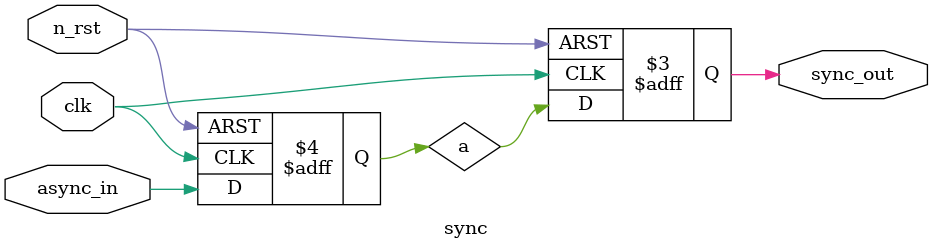
<source format=sv>

module sync
  (
   input wire clk,
   input wire n_rst,
   input wire async_in,
   output reg sync_out
   );
   reg a;
   always_ff @ (posedge clk, negedge n_rst)
     begin
	if(1'b0 == n_rst)
	  begin
	     a <= 1'b0;
	     sync_out <= 1'b0;
	  end
	else
	  begin
	     a <= async_in;
	     sync_out <= a;
	  end
     end // always_ff @ (posedge clk, negedge n_rst)
 
  endmodule

</source>
